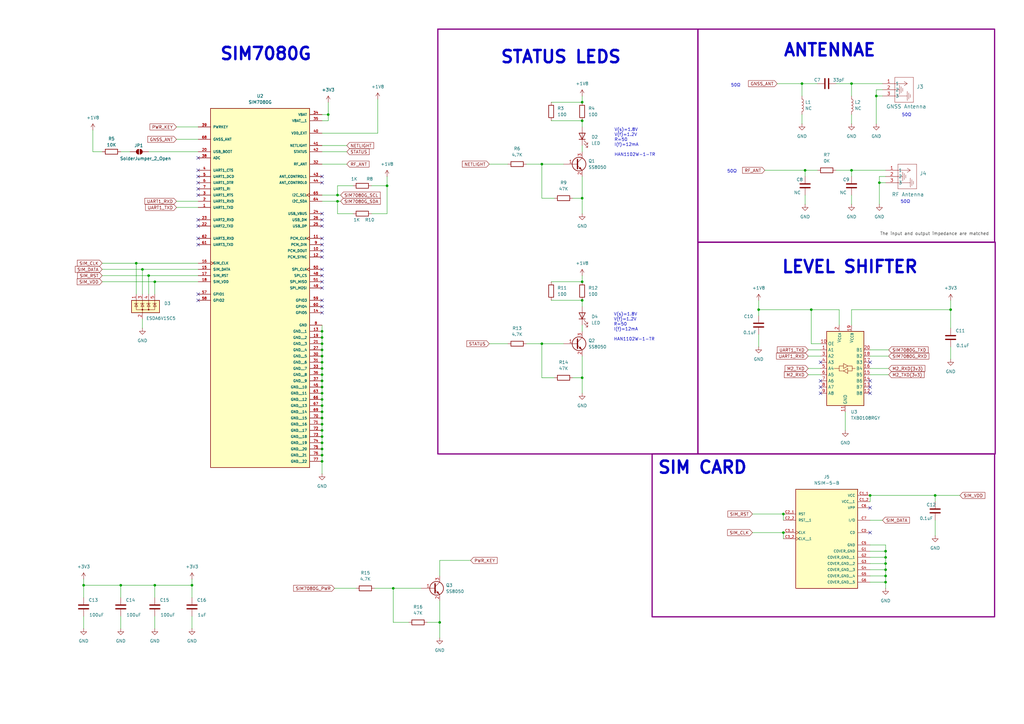
<source format=kicad_sch>
(kicad_sch (version 20231120) (generator "eeschema") (generator_version "8.0")
  (paper "A3")
  (title_block (title "IoT Gateway") (date "2024-10-15") (rev "v0.1.0") (company "Abstract Machines") (comment 1 "Designed By: Rodney Osodo") (comment 2 "Approved By:"))
  (lib_symbols
    (symbol "2024-10-22_09-22-32:CONUFL001-SMD-T" (pin_names (offset 0.254))
      (property "Reference" "J" (at 8.89 6.35 0))
      (property "Value" "CONUFL001-SMD-T" (at 0 0 0))
      (symbol "CONUFL001-SMD-T_1_1"
        (pin unspecified line (at 0 0 0) (length 5.08) (name "1") (number "1"))
        (pin unspecified line (at 0 -2.54 0) (length 5.08) (name "2") (number "2"))
        (pin unspecified line (at 0 -5.08 0) (length 5.08) (name "3") (number "3"))
      )
      (symbol "CONUFL001-SMD-T_1_2"
        (pin unspecified line (at 0 0 0) (length 5.08) (name "1") (number "1"))
        (pin unspecified line (at 0 -2.54 0) (length 5.08) (name "2") (number "2"))
        (pin unspecified line (at 0 -5.08 0) (length 5.08) (name "3") (number "3"))
      )
    )
    (symbol "Device:C" (pin_numbers hide) (pin_names (offset 0.254))
      (property "Reference" "C" (at 0.635 2.54 0))
      (property "Value" "C" (at 0.635 -2.54 0))
      (symbol "C_1_1"
        (pin passive line (at 0 3.81 270) (length 2.794) (name "~") (number "1"))
        (pin passive line (at 0 -3.81 90) (length 2.794) (name "~") (number "2"))
      )
    )
    (symbol "Device:L" (pin_numbers hide) (pin_names (offset 1.016) hide)
      (property "Reference" "L" (at -1.27 0 90))
      (property "Value" "L" (at 1.905 0 90))
      (symbol "L_1_1"
        (pin passive line (at 0 3.81 270) (length 1.27) (name "1") (number "1"))
        (pin passive line (at 0 -3.81 90) (length 1.27) (name "2") (number "2"))
      )
    )
    (symbol "Device:LED" (pin_numbers hide) (pin_names (offset 1.016) hide)
      (property "Reference" "D" (at 0 2.54 0))
      (property "Value" "LED" (at 0 -2.54 0))
      (symbol "LED_1_1"
        (pin passive line (at -3.81 0 0) (length 2.54) (name "K") (number "1"))
        (pin passive line (at 3.81 0 180) (length 2.54) (name "A") (number "2"))
      )
    )
    (symbol "Device:R" (pin_numbers hide) (pin_names (offset 0))
      (property "Reference" "R" (at 2.032 0 90))
      (property "Value" "R" (at 0 0 90))
      (symbol "R_1_1"
        (pin passive line (at 0 3.81 270) (length 1.27) (name "~") (number "1"))
        (pin passive line (at 0 -3.81 90) (length 1.27) (name "~") (number "2"))
      )
    )
    (symbol "Jumper:SolderJumper_2_Open" (pin_numbers hide) (pin_names (offset 0) hide) (exclude_from_sim yes) (in_bom no)
      (property "Reference" "JP" (at 0 2.032 0))
      (property "Value" "SolderJumper_2_Open" (at 0 -2.54 0))
      (symbol "SolderJumper_2_Open_1_1"
        (pin passive line (at -3.81 0 0) (length 2.54) (name "A") (number "1"))
        (pin passive line (at 3.81 0 180) (length 2.54) (name "B") (number "2"))
      )
    )
    (symbol "Logic_LevelTranslator:TXB0108RGY"
      (property "Reference" "U" (at -6.35 16.51 0))
      (property "Value" "TXB0108RGY" (at 3.81 16.51 0))
      (symbol "TXB0108RGY_1_1"
        (pin bidirectional line (at -10.16 7.62 0) (length 2.54) (name "A1") (number "1"))
        (pin input line (at -10.16 10.16 0) (length 2.54) (name "OE") (number "10"))
        (pin power_in line (at 0 -17.78 90) (length 2.54) (name "GND") (number "11"))
        (pin bidirectional line (at 10.16 -10.16 180) (length 2.54) (name "B8") (number "12"))
        (pin bidirectional line (at 10.16 -7.62 180) (length 2.54) (name "B7") (number "13"))
        (pin bidirectional line (at 10.16 -5.08 180) (length 2.54) (name "B6") (number "14"))
        (pin bidirectional line (at 10.16 -2.54 180) (length 2.54) (name "B5") (number "15"))
        (pin bidirectional line (at 10.16 0 180) (length 2.54) (name "B4") (number "16"))
        (pin bidirectional line (at 10.16 2.54 180) (length 2.54) (name "B3") (number "17"))
        (pin bidirectional line (at 10.16 5.08 180) (length 2.54) (name "B2") (number "18"))
        (pin power_in line (at 2.54 17.78 270) (length 2.54) (name "V_{CCB}") (number "19"))
        (pin power_in line (at -2.54 17.78 270) (length 2.54) (name "V_{CCA}") (number "2"))
        (pin bidirectional line (at 10.16 7.62 180) (length 2.54) (name "B1") (number "20"))
        (pin passive line (at 0 -17.78 90) (length 2.54) hide (name "GND") (number "21"))
        (pin bidirectional line (at -10.16 5.08 0) (length 2.54) (name "A2") (number "3"))
        (pin bidirectional line (at -10.16 2.54 0) (length 2.54) (name "A3") (number "4"))
        (pin bidirectional line (at -10.16 0 0) (length 2.54) (name "A4") (number "5"))
        (pin bidirectional line (at -10.16 -2.54 0) (length 2.54) (name "A5") (number "6"))
        (pin bidirectional line (at -10.16 -5.08 0) (length 2.54) (name "A6") (number "7"))
        (pin bidirectional line (at -10.16 -7.62 0) (length 2.54) (name "A7") (number "8"))
        (pin bidirectional line (at -10.16 -10.16 0) (length 2.54) (name "A8") (number "9"))
      )
    )
    (symbol "NSIM-5-B:NSIM-5-B" (pin_names (offset 1.016))
      (property "Reference" "J" (at -12.7 13.462 0))
      (property "Value" "NSIM-5-B" (at -12.7 -30.48 0))
      (symbol "NSIM-5-B_0_0"
        (pin power_in line (at 17.78 10.16 180) (length 5.08) (name "VCC") (number "C1_1"))
        (pin power_in line (at 17.78 7.62 180) (length 5.08) (name "VCC__1") (number "C1_2"))
        (pin input line (at -17.78 2.54 0) (length 5.08) (name "RST") (number "C2_1"))
        (pin input line (at -17.78 0 0) (length 5.08) (name "RST__1") (number "C2_2"))
        (pin input clock (at -17.78 -5.08 0) (length 5.08) (name "CLK") (number "C3_1"))
        (pin input clock (at -17.78 -7.62 0) (length 5.08) (name "CLK__1") (number "C3_2"))
        (pin power_in line (at 17.78 -10.16 180) (length 5.08) (name "GND") (number "C5"))
        (pin power_in line (at 17.78 5.08 180) (length 5.08) (name "VPP") (number "C6"))
        (pin bidirectional line (at 17.78 0 180) (length 5.08) (name "I/O") (number "C7"))
        (pin passive line (at 17.78 -5.08 180) (length 5.08) (name "CD") (number "CD"))
        (pin power_in line (at 17.78 -12.7 180) (length 5.08) (name "COVER_GND") (number "G1"))
        (pin power_in line (at 17.78 -15.24 180) (length 5.08) (name "COVER_GND__1") (number "G2"))
        (pin power_in line (at 17.78 -17.78 180) (length 5.08) (name "COVER_GND__2") (number "G3"))
        (pin power_in line (at 17.78 -20.32 180) (length 5.08) (name "COVER_GND__3") (number "G4"))
        (pin power_in line (at 17.78 -22.86 180) (length 5.08) (name "COVER_GND__4") (number "G5"))
        (pin power_in line (at 17.78 -25.4 180) (length 5.08) (name "COVER_GND__5") (number "G6"))
      )
    )
    (symbol "Power_Protection:ESDA6V1SC5" (pin_names hide)
      (property "Reference" "D" (at 7.62 2.54 0))
      (property "Value" "ESDA6V1SC5" (at 7.62 0.635 0))
      (symbol "ESDA6V1SC5_0_0"
        (pin passive line (at 0 -5.08 90) (length 2.54) (name "A") (number "2"))
      )
      (symbol "ESDA6V1SC5_1_1"
        (pin passive line (at -2.54 5.08 270) (length 2.54) (name "K") (number "1"))
        (pin passive line (at 0 5.08 270) (length 2.54) (name "K") (number "3"))
        (pin passive line (at 2.54 5.08 270) (length 2.54) (name "K") (number "4"))
        (pin passive line (at 5.08 5.08 270) (length 2.54) (name "K") (number "5"))
      )
    )
    (symbol "SIM7080G:SIM7080G" (pin_names (offset 1.016))
      (property "Reference" "U" (at -20.066 44.196 0))
      (property "Value" "SIM7080G" (at -20.066 -105.156 0))
      (symbol "SIM7080G_0_0"
        (pin output line (at -25.4 2.54 0) (length 5.08) (name "UART1_TXD") (number "1"))
        (pin output line (at 25.4 -15.24 180) (length 5.08) (name "PCM_DOUT") (number "10"))
        (pin output clock (at 25.4 -10.16 180) (length 5.08) (name "PCM_CLK") (number "11"))
        (pin output line (at 25.4 -17.78 180) (length 5.08) (name "PCM_SYNC") (number "12"))
        (pin power_in line (at 25.4 -48.26 180) (length 5.08) (name "GND__1") (number "13"))
        (pin bidirectional line (at 25.4 -40.64 180) (length 5.08) (name "GPIO5") (number "14"))
        (pin bidirectional line (at -25.4 -22.86 0) (length 5.08) (name "SIM_DATA") (number "15"))
        (pin output clock (at -25.4 -20.32 0) (length 5.08) (name "SIM_CLK") (number "16"))
        (pin output line (at -25.4 -25.4 0) (length 5.08) (name "SIM_RST") (number "17"))
        (pin output line (at -25.4 -27.94 0) (length 5.08) (name "SIM_VDD") (number "18"))
        (pin power_in line (at 25.4 -50.8 180) (length 5.08) (name "GND__2") (number "19"))
        (pin input line (at -25.4 5.08 0) (length 5.08) (name "UART1_RXD") (number "2"))
        (pin input line (at -25.4 25.4 0) (length 5.08) (name "USB_BOOT") (number "20"))
        (pin power_in line (at 25.4 -53.34 180) (length 5.08) (name "GND__3") (number "21"))
        (pin output line (at -25.4 -5.08 0) (length 5.08) (name "UART2_TXD") (number "22"))
        (pin input line (at -25.4 -2.54 0) (length 5.08) (name "UART2_RXD") (number "23"))
        (pin input line (at 25.4 0 180) (length 5.08) (name "USB_VBUS") (number "24"))
        (pin bidirectional line (at 25.4 -5.08 180) (length 5.08) (name "USB_DP") (number "25"))
        (pin bidirectional line (at 25.4 -2.54 180) (length 5.08) (name "USB_DM") (number "26"))
        (pin power_in line (at 25.4 -55.88 180) (length 5.08) (name "GND__4") (number "27"))
        (pin input line (at -25.4 7.62 0) (length 5.08) (name "UART1_RTS") (number "3"))
        (pin power_in line (at 25.4 -58.42 180) (length 5.08) (name "GND__5") (number "30"))
        (pin power_in line (at 25.4 -60.96 180) (length 5.08) (name "GND__6") (number "31"))
        (pin bidirectional line (at 25.4 20.32 180) (length 5.08) (name "RF_ANT") (number "32"))
        (pin power_in line (at 25.4 -63.5 180) (length 5.08) (name "GND__7") (number "33"))
        (pin power_in line (at 25.4 40.64 180) (length 5.08) (name "VBAT") (number "34"))
        (pin power_in line (at 25.4 38.1 180) (length 5.08) (name "VBAT__1") (number "35"))
        (pin power_in line (at 25.4 -66.04 180) (length 5.08) (name "GND__8") (number "36"))
        (pin power_in line (at 25.4 -68.58 180) (length 5.08) (name "GND__9") (number "37"))
        (pin input line (at -25.4 22.86 0) (length 5.08) (name "ADC") (number "38"))
        (pin input line (at -25.4 35.56 0) (length 5.08) (name "PWRKEY") (number "39"))
        (pin output line (at -25.4 17.78 0) (length 5.08) (name "UART1_CTS") (number "4"))
        (pin output line (at 25.4 33.02 180) (length 5.08) (name "VDD_EXT") (number "40"))
        (pin output line (at 25.4 27.94 180) (length 5.08) (name "NETLIGHT") (number "41"))
        (pin output line (at 25.4 25.4 180) (length 5.08) (name "STATUS") (number "42"))
        (pin bidirectional line (at 25.4 15.24 180) (length 5.08) (name "ANT_CONTROL1") (number "43"))
        (pin output line (at 25.4 12.7 180) (length 5.08) (name "ANT_CONTROL0") (number "44"))
        (pin power_in line (at 25.4 -71.12 180) (length 5.08) (name "GND__10") (number "45"))
        (pin output line (at 25.4 -25.4 180) (length 5.08) (name "SPI_CS") (number "48"))
        (pin output line (at 25.4 -30.48 180) (length 5.08) (name "SPI_MOSI") (number "49"))
        (pin output line (at -25.4 15.24 0) (length 5.08) (name "UART1_DCD") (number "5"))
        (pin output clock (at 25.4 -22.86 180) (length 5.08) (name "SPI_CLK") (number "50"))
        (pin input line (at 25.4 -27.94 180) (length 5.08) (name "SPI_MISO") (number "51"))
        (pin bidirectional line (at -25.4 -33.02 0) (length 5.08) (name "GPIO1") (number "57"))
        (pin bidirectional line (at -25.4 -35.56 0) (length 5.08) (name "GPIO2") (number "58"))
        (pin bidirectional line (at 25.4 -35.56 180) (length 5.08) (name "GPIO3") (number "59"))
        (pin input line (at -25.4 12.7 0) (length 5.08) (name "UART1_DTR") (number "6"))
        (pin bidirectional line (at 25.4 -38.1 180) (length 5.08) (name "GPIO4") (number "60"))
        (pin output line (at -25.4 -12.7 0) (length 5.08) (name "UART3_TXD") (number "61"))
        (pin input line (at -25.4 -10.16 0) (length 5.08) (name "UART3_RXD") (number "62"))
        (pin power_in line (at 25.4 -73.66 180) (length 5.08) (name "GND__11") (number "63"))
        (pin bidirectional line (at 25.4 5.08 180) (length 5.08) (name "I2C_SDA") (number "64"))
        (pin output clock (at 25.4 7.62 180) (length 5.08) (name "I2C_SCL") (number "65"))
        (pin power_in line (at 25.4 -76.2 180) (length 5.08) (name "GND__12") (number "66"))
        (pin power_in line (at 25.4 -78.74 180) (length 5.08) (name "GND__13") (number "67"))
        (pin input line (at -25.4 30.48 0) (length 5.08) (name "GNSS_ANT") (number "68"))
        (pin power_in line (at 25.4 -81.28 180) (length 5.08) (name "GND__14") (number "69"))
        (pin output line (at -25.4 10.16 0) (length 5.08) (name "UART1_RI") (number "7"))
        (pin power_in line (at 25.4 -83.82 180) (length 5.08) (name "GND__15") (number "70"))
        (pin power_in line (at 25.4 -86.36 180) (length 5.08) (name "GND__16") (number "71"))
        (pin power_in line (at 25.4 -88.9 180) (length 5.08) (name "GND__17") (number "72"))
        (pin power_in line (at 25.4 -91.44 180) (length 5.08) (name "GND__18") (number "73"))
        (pin power_in line (at 25.4 -93.98 180) (length 5.08) (name "GND__19") (number "74"))
        (pin power_in line (at 25.4 -96.52 180) (length 5.08) (name "GND__20") (number "75"))
        (pin power_in line (at 25.4 -99.06 180) (length 5.08) (name "GND__21") (number "76"))
        (pin power_in line (at 25.4 -101.6 180) (length 5.08) (name "GND__22") (number "77"))
        (pin power_in line (at 25.4 -45.72 180) (length 5.08) (name "GND") (number "8"))
        (pin input line (at 25.4 -12.7 180) (length 5.08) (name "PCM_DIN") (number "9"))
      )
    )
    (symbol "Transistor_BJT:SS8050" (pin_names (offset 0) hide)
      (property "Reference" "Q" (at 5.08 1.905 0))
      (property "Value" "SS8050" (at 5.08 0 0))
      (symbol "SS8050_1_1"
        (pin input line (at -5.08 0 0) (length 5.715) (name "B") (number "1"))
        (pin passive line (at 2.54 -5.08 90) (length 2.54) (name "E") (number "2"))
        (pin passive line (at 2.54 5.08 270) (length 2.54) (name "C") (number "3"))
      )
    )
    (symbol "power:+1V8" (power) (pin_numbers hide) (pin_names (offset 0) hide)
      (property "Value" "+1V8" (at 0 3.556 0))
      (symbol "+1V8_1_1"
        (pin power_in line (at 0 0 90) (length 0) (name "~") (number "1"))
      )
    )
    (symbol "power:+3V3" (power) (pin_numbers hide) (pin_names (offset 0) hide)
      (property "Value" "+3V3" (at 0 3.556 0))
      (symbol "+3V3_1_1"
        (pin power_in line (at 0 0 90) (length 0) (name "~") (number "1"))
      )
    )
    (symbol "power:GND" (power) (pin_numbers hide) (pin_names (offset 0) hide)
      (property "Value" "GND" (at 0 -3.81 0))
      (symbol "GND_1_1"
        (pin power_in line (at 0 0 270) (length 0) (name "~") (number "1"))
      )
    )
  )
  (junction (at 359.41 39.37))
  (junction (at 60.96 113.03))
  (junction (at 132.08 140.97))
  (junction (at 158.75 76.2))
  (junction (at 363.22 231.14))
  (junction (at 389.89 127))
  (junction (at 132.08 186.69))
  (junction (at 132.08 151.13))
  (junction (at 222.25 140.97))
  (junction (at 238.76 115.57))
  (junction (at 78.74 240.03))
  (junction (at 132.08 189.23))
  (junction (at 180.34 255.27))
  (junction (at 63.5 115.57))
  (junction (at 132.08 168.91))
  (junction (at 138.43 80.01))
  (junction (at 360.68 74.93))
  (junction (at 49.53 240.03))
  (junction (at 132.08 173.99))
  (junction (at 132.08 158.75))
  (junction (at 363.22 233.68))
  (junction (at 349.25 34.29))
  (junction (at 330.2 69.85))
  (junction (at 363.22 238.76))
  (junction (at 134.62 46.99))
  (junction (at 132.08 148.59))
  (junction (at 383.54 203.2))
  (junction (at 132.08 156.21))
  (junction (at 363.22 236.22))
  (junction (at 63.5 240.03))
  (junction (at 132.08 181.61))
  (junction (at 132.08 171.45))
  (junction (at 132.08 163.83))
  (junction (at 238.76 49.53))
  (junction (at 363.22 226.06))
  (junction (at 238.76 81.28))
  (junction (at 222.25 67.31))
  (junction (at 363.22 228.6))
  (junction (at 332.74 127))
  (junction (at 321.31 210.82))
  (junction (at 328.93 34.29))
  (junction (at 132.08 184.15))
  (junction (at 321.31 218.44))
  (junction (at 238.76 41.91))
  (junction (at 138.43 82.55))
  (junction (at 132.08 166.37))
  (junction (at 132.08 143.51))
  (junction (at 238.76 123.19))
  (junction (at 132.08 146.05))
  (junction (at 356.87 203.2))
  (junction (at 349.25 69.85))
  (junction (at 132.08 176.53))
  (junction (at 161.29 241.3))
  (junction (at 132.08 153.67))
  (junction (at 55.88 107.95))
  (junction (at 132.08 161.29))
  (junction (at 238.76 154.94))
  (junction (at 132.08 179.07))
  (junction (at 132.08 138.43))
  (junction (at 132.08 135.89))
  (junction (at 58.42 110.49))
  (junction (at 311.15 127))
  (junction (at 34.29 240.03))
  (no_connect (at 336.55 158.75))
  (no_connect (at 356.87 156.21))
  (no_connect (at 81.28 80.01))
  (no_connect (at 132.08 125.73))
  (no_connect (at 132.08 118.11))
  (no_connect (at 356.87 208.28))
  (no_connect (at 132.08 115.57))
  (no_connect (at 356.87 161.29))
  (no_connect (at 81.28 77.47))
  (no_connect (at 336.55 148.59))
  (no_connect (at 132.08 105.41))
  (no_connect (at 132.08 97.79))
  (no_connect (at 81.28 69.85))
  (no_connect (at 81.28 97.79))
  (no_connect (at 356.87 218.44))
  (no_connect (at 81.28 92.71))
  (no_connect (at 132.08 90.17))
  (no_connect (at 81.28 123.19))
  (no_connect (at 81.28 74.93))
  (no_connect (at 132.08 113.03))
  (no_connect (at 81.28 64.77))
  (no_connect (at 81.28 72.39))
  (no_connect (at 132.08 87.63))
  (no_connect (at 132.08 100.33))
  (no_connect (at 132.08 128.27))
  (no_connect (at 132.08 102.87))
  (no_connect (at 356.87 158.75))
  (no_connect (at 132.08 72.39))
  (no_connect (at 336.55 161.29))
  (no_connect (at 132.08 123.19))
  (no_connect (at 81.28 90.17))
  (no_connect (at 81.28 120.65))
  (no_connect (at 336.55 156.21))
  (no_connect (at 356.87 148.59))
  (no_connect (at 132.08 110.49))
  (no_connect (at 132.08 74.93))
  (no_connect (at 132.08 92.71))
  (no_connect (at 81.28 100.33))
  (wire (pts (xy 363.22 231.14) (xy 363.22 233.68)))
  (wire (pts (xy 238.76 161.29) (xy 238.76 154.94)))
  (wire (pts (xy 58.42 110.49) (xy 58.42 120.65)))
  (wire (pts (xy 132.08 163.83) (xy 132.08 166.37)))
  (wire (pts (xy 356.87 231.14) (xy 363.22 231.14)))
  (wire (pts (xy 389.89 127) (xy 389.89 134.62)))
  (wire (pts (xy 200.66 140.97) (xy 208.28 140.97)))
  (wire (pts (xy 332.74 127) (xy 344.17 127)))
  (wire (pts (xy 60.96 113.03) (xy 60.96 120.65)))
  (wire (pts (xy 63.5 115.57) (xy 81.28 115.57)))
  (wire (pts (xy 49.53 240.03) (xy 34.29 240.03)))
  (wire (pts (xy 63.5 240.03) (xy 63.5 245.11)))
  (wire (pts (xy 364.49 146.05) (xy 356.87 146.05)))
  (wire (pts (xy 142.24 67.31) (xy 132.08 67.31)))
  (wire (pts (xy 332.74 140.97) (xy 332.74 127)))
  (wire (pts (xy 138.43 80.01) (xy 132.08 80.01)))
  (wire (pts (xy 349.25 34.29) (xy 349.25 39.37)))
  (wire (pts (xy 72.39 85.09) (xy 81.28 85.09)))
  (wire (pts (xy 222.25 81.28) (xy 222.25 67.31)))
  (wire (pts (xy 132.08 166.37) (xy 132.08 168.91)))
  (wire (pts (xy 336.55 140.97) (xy 332.74 140.97)))
  (wire (pts (xy 153.67 241.3) (xy 161.29 241.3)))
  (wire (pts (xy 359.41 39.37) (xy 359.41 50.8)))
  (wire (pts (xy 132.08 179.07) (xy 132.08 181.61)))
  (wire (pts (xy 238.76 133.35) (xy 238.76 135.89)))
  (wire (pts (xy 63.5 257.81) (xy 63.5 252.73)))
  (wire (pts (xy 344.17 127) (xy 344.17 133.35)))
  (wire (pts (xy 167.64 255.27) (xy 161.29 255.27)))
  (wire (pts (xy 308.61 218.44) (xy 321.31 218.44)))
  (wire (pts (xy 132.08 189.23) (xy 132.08 194.31)))
  (wire (pts (xy 142.24 59.69) (xy 132.08 59.69)))
  (wire (pts (xy 349.25 127) (xy 389.89 127)))
  (wire (pts (xy 222.25 154.94) (xy 222.25 140.97)))
  (wire (pts (xy 158.75 87.63) (xy 158.75 76.2)))
  (wire (pts (xy 132.08 146.05) (xy 132.08 148.59)))
  (wire (pts (xy 330.2 80.01) (xy 330.2 83.82)))
  (wire (pts (xy 356.87 223.52) (xy 363.22 223.52)))
  (wire (pts (xy 356.87 233.68) (xy 363.22 233.68)))
  (wire (pts (xy 331.47 143.51) (xy 336.55 143.51)))
  (wire (pts (xy 349.25 80.01) (xy 349.25 83.82)))
  (wire (pts (xy 55.88 107.95) (xy 55.88 120.65)))
  (wire (pts (xy 349.25 34.29) (xy 361.95 34.29)))
  (wire (pts (xy 346.71 168.91) (xy 346.71 176.53)))
  (wire (pts (xy 356.87 236.22) (xy 363.22 236.22)))
  (wire (pts (xy 152.4 87.63) (xy 158.75 87.63)))
  (wire (pts (xy 311.15 127) (xy 311.15 129.54)))
  (wire (pts (xy 137.16 241.3) (xy 146.05 241.3)))
  (wire (pts (xy 364.49 143.51) (xy 356.87 143.51)))
  (wire (pts (xy 363.22 72.39) (xy 360.68 72.39)))
  (wire (pts (xy 138.43 87.63) (xy 138.43 82.55)))
  (wire (pts (xy 356.87 238.76) (xy 363.22 238.76)))
  (wire (pts (xy 38.1 62.23) (xy 41.91 62.23)))
  (wire (pts (xy 58.42 130.81) (xy 58.42 134.62)))
  (wire (pts (xy 60.96 62.23) (xy 81.28 62.23)))
  (wire (pts (xy 132.08 176.53) (xy 132.08 179.07)))
  (wire (pts (xy 139.7 82.55) (xy 138.43 82.55)))
  (wire (pts (xy 349.25 69.85) (xy 363.22 69.85)))
  (wire (pts (xy 226.06 115.57) (xy 238.76 115.57)))
  (wire (pts (xy 349.25 46.99) (xy 349.25 50.8)))
  (wire (pts (xy 132.08 186.69) (xy 132.08 189.23)))
  (wire (pts (xy 49.53 240.03) (xy 49.53 245.11)))
  (wire (pts (xy 356.87 226.06) (xy 363.22 226.06)))
  (wire (pts (xy 361.95 213.36) (xy 356.87 213.36)))
  (wire (pts (xy 161.29 255.27) (xy 161.29 241.3)))
  (wire (pts (xy 226.06 41.91) (xy 238.76 41.91)))
  (wire (pts (xy 330.2 69.85) (xy 335.28 69.85)))
  (wire (pts (xy 227.33 81.28) (xy 222.25 81.28)))
  (wire (pts (xy 215.9 140.97) (xy 222.25 140.97)))
  (wire (pts (xy 132.08 140.97) (xy 132.08 143.51)))
  (wire (pts (xy 134.62 41.91) (xy 134.62 46.99)))
  (wire (pts (xy 226.06 49.53) (xy 238.76 49.53)))
  (wire (pts (xy 60.96 113.03) (xy 81.28 113.03)))
  (wire (pts (xy 359.41 39.37) (xy 361.95 39.37)))
  (wire (pts (xy 363.22 223.52) (xy 363.22 226.06)))
  (wire (pts (xy 78.74 237.49) (xy 78.74 240.03)))
  (wire (pts (xy 132.08 138.43) (xy 132.08 140.97)))
  (wire (pts (xy 132.08 158.75) (xy 132.08 161.29)))
  (wire (pts (xy 53.34 62.23) (xy 49.53 62.23)))
  (wire (pts (xy 342.9 34.29) (xy 349.25 34.29)))
  (wire (pts (xy 234.95 154.94) (xy 238.76 154.94)))
  (wire (pts (xy 331.47 151.13) (xy 336.55 151.13)))
  (wire (pts (xy 142.24 62.23) (xy 132.08 62.23)))
  (wire (pts (xy 364.49 151.13) (xy 356.87 151.13)))
  (wire (pts (xy 331.47 146.05) (xy 336.55 146.05)))
  (wire (pts (xy 364.49 153.67) (xy 356.87 153.67)))
  (wire (pts (xy 132.08 153.67) (xy 132.08 156.21)))
  (wire (pts (xy 49.53 257.81) (xy 49.53 252.73)))
  (wire (pts (xy 363.22 228.6) (xy 363.22 231.14)))
  (wire (pts (xy 227.33 154.94) (xy 222.25 154.94)))
  (wire (pts (xy 152.4 76.2) (xy 158.75 76.2)))
  (wire (pts (xy 34.29 240.03) (xy 34.29 245.11)))
  (wire (pts (xy 132.08 171.45) (xy 132.08 173.99)))
  (wire (pts (xy 215.9 67.31) (xy 222.25 67.31)))
  (wire (pts (xy 34.29 237.49) (xy 34.29 240.03)))
  (wire (pts (xy 132.08 181.61) (xy 132.08 184.15)))
  (wire (pts (xy 363.22 238.76) (xy 363.22 241.3)))
  (wire (pts (xy 132.08 151.13) (xy 132.08 153.67)))
  (wire (pts (xy 383.54 203.2) (xy 393.7 203.2)))
  (wire (pts (xy 132.08 161.29) (xy 132.08 163.83)))
  (wire (pts (xy 328.93 34.29) (xy 335.28 34.29)))
  (wire (pts (xy 132.08 133.35) (xy 132.08 135.89)))
  (wire (pts (xy 311.15 127) (xy 332.74 127)))
  (wire (pts (xy 72.39 82.55) (xy 81.28 82.55)))
  (wire (pts (xy 238.76 154.94) (xy 238.76 146.05)))
  (wire (pts (xy 222.25 140.97) (xy 231.14 140.97)))
  (wire (pts (xy 78.74 240.03) (xy 63.5 240.03)))
  (wire (pts (xy 238.76 113.03) (xy 238.76 115.57)))
  (wire (pts (xy 321.31 218.44) (xy 321.31 220.98)))
  (wire (pts (xy 139.7 80.01) (xy 138.43 80.01)))
  (wire (pts (xy 361.95 36.83) (xy 359.41 36.83)))
  (wire (pts (xy 328.93 46.99) (xy 328.93 50.8)))
  (wire (pts (xy 200.66 67.31) (xy 208.28 67.31)))
  (wire (pts (xy 238.76 49.53) (xy 238.76 52.07)))
  (wire (pts (xy 158.75 76.2) (xy 158.75 72.39)))
  (wire (pts (xy 383.54 213.36) (xy 383.54 219.71)))
  (wire (pts (xy 308.61 210.82) (xy 321.31 210.82)))
  (wire (pts (xy 389.89 123.19) (xy 389.89 127)))
  (wire (pts (xy 360.68 74.93) (xy 360.68 83.82)))
  (wire (pts (xy 318.77 34.29) (xy 328.93 34.29)))
  (wire (pts (xy 132.08 49.53) (xy 134.62 49.53)))
  (wire (pts (xy 226.06 123.19) (xy 238.76 123.19)))
  (wire (pts (xy 238.76 87.63) (xy 238.76 81.28)))
  (wire (pts (xy 342.9 69.85) (xy 349.25 69.85)))
  (wire (pts (xy 63.5 240.03) (xy 49.53 240.03)))
  (wire (pts (xy 363.22 236.22) (xy 363.22 238.76)))
  (wire (pts (xy 363.22 233.68) (xy 363.22 236.22)))
  (wire (pts (xy 330.2 69.85) (xy 330.2 72.39)))
  (wire (pts (xy 356.87 228.6) (xy 363.22 228.6)))
  (wire (pts (xy 363.22 226.06) (xy 363.22 228.6)))
  (wire (pts (xy 180.34 261.62) (xy 180.34 255.27)))
  (wire (pts (xy 331.47 153.67) (xy 336.55 153.67)))
  (wire (pts (xy 63.5 115.57) (xy 63.5 120.65)))
  (wire (pts (xy 132.08 156.21) (xy 132.08 158.75)))
  (wire (pts (xy 161.29 241.3) (xy 172.72 241.3)))
  (wire (pts (xy 154.94 54.61) (xy 154.94 40.64)))
  (wire (pts (xy 349.25 133.35) (xy 349.25 127)))
  (wire (pts (xy 78.74 257.81) (xy 78.74 252.73)))
  (wire (pts (xy 132.08 173.99) (xy 132.08 176.53)))
  (wire (pts (xy 356.87 203.2) (xy 383.54 203.2)))
  (wire (pts (xy 360.68 74.93) (xy 363.22 74.93)))
  (wire (pts (xy 238.76 39.37) (xy 238.76 41.91)))
  (wire (pts (xy 238.76 59.69) (xy 238.76 62.23)))
  (wire (pts (xy 132.08 54.61) (xy 154.94 54.61)))
  (wire (pts (xy 38.1 53.34) (xy 38.1 62.23)))
  (wire (pts (xy 132.08 46.99) (xy 134.62 46.99)))
  (wire (pts (xy 383.54 203.2) (xy 383.54 205.74)))
  (wire (pts (xy 234.95 81.28) (xy 238.76 81.28)))
  (wire (pts (xy 313.69 69.85) (xy 330.2 69.85)))
  (wire (pts (xy 72.39 52.07) (xy 81.28 52.07)))
  (wire (pts (xy 34.29 252.73) (xy 34.29 257.81)))
  (wire (pts (xy 360.68 72.39) (xy 360.68 74.93)))
  (wire (pts (xy 41.91 110.49) (xy 58.42 110.49)))
  (wire (pts (xy 321.31 210.82) (xy 321.31 213.36)))
  (wire (pts (xy 311.15 137.16) (xy 311.15 142.24)))
  (wire (pts (xy 311.15 123.19) (xy 311.15 127)))
  (wire (pts (xy 41.91 107.95) (xy 55.88 107.95)))
  (wire (pts (xy 132.08 143.51) (xy 132.08 146.05)))
  (wire (pts (xy 78.74 245.11) (xy 78.74 240.03)))
  (wire (pts (xy 349.25 69.85) (xy 349.25 72.39)))
  (wire (pts (xy 144.78 76.2) (xy 138.43 76.2)))
  (wire (pts (xy 180.34 229.87) (xy 193.04 229.87)))
  (wire (pts (xy 41.91 113.03) (xy 60.96 113.03)))
  (wire (pts (xy 138.43 82.55) (xy 132.08 82.55)))
  (wire (pts (xy 72.39 57.15) (xy 81.28 57.15)))
  (wire (pts (xy 180.34 255.27) (xy 180.34 246.38)))
  (wire (pts (xy 138.43 76.2) (xy 138.43 80.01)))
  (wire (pts (xy 132.08 184.15) (xy 132.08 186.69)))
  (wire (pts (xy 356.87 203.2) (xy 356.87 205.74)))
  (wire (pts (xy 132.08 148.59) (xy 132.08 151.13)))
  (wire (pts (xy 55.88 107.95) (xy 81.28 107.95)))
  (wire (pts (xy 222.25 67.31) (xy 231.14 67.31)))
  (wire (pts (xy 328.93 34.29) (xy 328.93 39.37)))
  (wire (pts (xy 389.89 142.24) (xy 389.89 147.32)))
  (wire (pts (xy 41.91 115.57) (xy 63.5 115.57)))
  (wire (pts (xy 58.42 110.49) (xy 81.28 110.49)))
  (wire (pts (xy 132.08 135.89) (xy 132.08 138.43)))
  (wire (pts (xy 238.76 123.19) (xy 238.76 125.73)))
  (wire (pts (xy 238.76 81.28) (xy 238.76 72.39)))
  (wire (pts (xy 144.78 87.63) (xy 138.43 87.63)))
  (wire (pts (xy 180.34 236.22) (xy 180.34 229.87)))
  (wire (pts (xy 134.62 49.53) (xy 134.62 46.99)))
  (wire (pts (xy 132.08 168.91) (xy 132.08 171.45)))
  (wire (pts (xy 359.41 36.83) (xy 359.41 39.37)))
  (wire (pts (xy 175.26 255.27) (xy 180.34 255.27)))
  (rectangle (start 286.258 11.938) (end 407.924 99.314) (stroke (width 0.5) (color 132 0 132 1)))
  (rectangle (start 286.258 99.314) (end 408.178 186.182) (stroke (width 0.5) (color 132 0 132 1)))
  (rectangle (start 179.578 11.938) (end 286.258 186.182) (stroke (width 0.5) (color 132 0 132 1)))
  (rectangle (start 267.462 186.182) (end 407.924 252.984) (stroke (width 0.5) (color 132 0 132 1)))
  (text "V(s)=1.8V\nV(f)=1.2V\nR=50\nI(f)=12mA\n\nHAN1102W-1-TR" (at 251.714 134.112 0) (effects (font (size 1.27 1.27)) (justify left)))
  (text "50Ω" (at 298.196 70.358 0) (effects (font (size 1.27 1.27)) (justify left)))
  (text "LEVEL SHIFTER\n" (at 320.294 112.522 0) (effects (font (size 5 5) (thickness 1) (bold yes)) (justify left bottom)))
  (text "ANTENNAE\n" (at 321.056 23.622 0) (effects (font (size 5 5) (thickness 1) (bold yes)) (justify left bottom)))
  (text "SIM7080G" (at 89.916 25.146 0) (effects (font (size 5 5) (thickness 1) (bold yes)) (justify left bottom)))
  (text "SIM CARD\n" (at 269.494 194.818 0) (effects (font (size 5 5) (thickness 1) (bold yes)) (justify left bottom)))
  (text "V(s)=1.8V\nV(f)=1.2V\nR=50\nI(f)=12mA\n\nHAN1102W-1-TR" (at 251.968 58.42 0) (effects (font (size 1.27 1.27)) (justify left)))
  (text "The input and output impedance are matched\n" (at 360.934 96.012 0) (effects (font (size 1.27 1.27)) (justify left)))
  (text "50Ω" (at 299.72 35.052 0) (effects (font (size 1.27 1.27)) (justify left)))
  (text "STATUS LEDS\n" (at 204.978 26.416 0) (effects (font (size 5 5) (thickness 1) (bold yes)) (justify left bottom)))
  (text "50Ω" (at 369.824 47.244 0) (effects (font (size 1.27 1.27)) (justify left)))
  (text "50Ω" (at 369.316 82.804 0) (effects (font (size 1.27 1.27)) (justify left)))
  (global_label "SIM7080G_SDA" (shape input) (at 139.7 82.55 0) (property "Intersheetrefs" "${INTERSHEET_REFS}" (effects (hide yes))))
  (global_label "STATUS" (shape input) (at 142.24 62.23 0) (property "Intersheetrefs" "${INTERSHEET_REFS}" (effects (hide yes))))
  (global_label "NETLIGHT" (shape input) (at 142.24 59.69 0) (property "Intersheetrefs" "${INTERSHEET_REFS}" (effects (hide yes))))
  (global_label "SIM_RST" (shape input) (at 41.91 113.03 180) (property "Intersheetrefs" "${INTERSHEET_REFS}" (effects (hide yes))))
  (global_label "SIM_DATA" (shape input) (at 361.95 213.36 0) (property "Intersheetrefs" "${INTERSHEET_REFS}" (effects (hide yes))))
  (global_label "M2_TXD(3v3)" (shape input) (at 364.49 153.67 0) (property "Intersheetrefs" "${INTERSHEET_REFS}" (effects (hide yes))))
  (global_label "SIM7080G_TXD" (shape input) (at 364.49 143.51 0) (property "Intersheetrefs" "${INTERSHEET_REFS}" (effects (hide yes))))
  (global_label "SIM_VDD" (shape input) (at 41.91 115.57 180) (property "Intersheetrefs" "${INTERSHEET_REFS}" (effects (hide yes))))
  (global_label "SIM7080G_PWR" (shape input) (at 137.16 241.3 180) (property "Intersheetrefs" "${INTERSHEET_REFS}" (effects (hide yes))))
  (global_label "SIM_DATA" (shape input) (at 41.91 110.49 180) (property "Intersheetrefs" "${INTERSHEET_REFS}" (effects (hide yes))))
  (global_label "M2_TXD" (shape input) (at 331.47 151.13 180) (property "Intersheetrefs" "${INTERSHEET_REFS}" (effects (hide yes))))
  (global_label "M2_RXD(3v3)" (shape input) (at 364.49 151.13 0) (property "Intersheetrefs" "${INTERSHEET_REFS}" (effects (hide yes))))
  (global_label "SIM7080G_RXD" (shape input) (at 364.49 146.05 0) (property "Intersheetrefs" "${INTERSHEET_REFS}" (effects (hide yes))))
  (global_label "GNSS_ANT" (shape input) (at 72.39 57.15 180) (property "Intersheetrefs" "${INTERSHEET_REFS}" (effects (hide yes))))
  (global_label "RF_ANT" (shape input) (at 313.69 69.85 180) (property "Intersheetrefs" "${INTERSHEET_REFS}" (effects (hide yes))))
  (global_label "UART1_RXD" (shape input) (at 331.47 146.05 180) (property "Intersheetrefs" "${INTERSHEET_REFS}" (effects (hide yes))))
  (global_label "NETLIGHT" (shape input) (at 200.66 67.31 180) (property "Intersheetrefs" "${INTERSHEET_REFS}" (effects (hide yes))))
  (global_label "STATUS" (shape input) (at 200.66 140.97 180) (property "Intersheetrefs" "${INTERSHEET_REFS}" (effects (hide yes))))
  (global_label "SIM_CLK" (shape input) (at 308.61 218.44 180) (property "Intersheetrefs" "${INTERSHEET_REFS}" (effects (hide yes))))
  (global_label "PWR_KEY" (shape input) (at 72.39 52.07 180) (property "Intersheetrefs" "${INTERSHEET_REFS}" (effects (hide yes))))
  (global_label "SIM_CLK" (shape input) (at 41.91 107.95 180) (property "Intersheetrefs" "${INTERSHEET_REFS}" (effects (hide yes))))
  (global_label "M2_RXD" (shape input) (at 331.47 153.67 180) (property "Intersheetrefs" "${INTERSHEET_REFS}" (effects (hide yes))))
  (global_label "SIM_RST" (shape input) (at 308.61 210.82 180) (property "Intersheetrefs" "${INTERSHEET_REFS}" (effects (hide yes))))
  (global_label "SIM_VDD" (shape input) (at 393.7 203.2 0) (property "Intersheetrefs" "${INTERSHEET_REFS}" (effects (hide yes))))
  (global_label "UART1_RXD" (shape input) (at 72.39 82.55 180) (property "Intersheetrefs" "${INTERSHEET_REFS}" (effects (hide yes))))
  (global_label "UART1_TXD" (shape input) (at 331.47 143.51 180) (property "Intersheetrefs" "${INTERSHEET_REFS}" (effects (hide yes))))
  (global_label "GNSS_ANT" (shape input) (at 318.77 34.29 180) (property "Intersheetrefs" "${INTERSHEET_REFS}" (effects (hide yes))))
  (global_label "SIM7080G_SCL" (shape input) (at 139.7 80.01 0) (property "Intersheetrefs" "${INTERSHEET_REFS}" (effects (hide yes))))
  (global_label "UART1_TXD" (shape input) (at 72.39 85.09 180) (property "Intersheetrefs" "${INTERSHEET_REFS}" (effects (hide yes))))
  (global_label "PWR_KEY" (shape input) (at 193.04 229.87 0) (property "Intersheetrefs" "${INTERSHEET_REFS}" (effects (hide yes))))
  (global_label "RF_ANT" (shape input) (at 142.24 67.31 0) (property "Intersheetrefs" "${INTERSHEET_REFS}" (effects (hide yes))))
  (symbol (lib_id "Device:L") (at 328.93 43.18 0) (unit 1) (in_bom no) (on_board no)
    (property "Reference" "L1" (at 330.2 41.9099 0) (effects (justify left)))
    (property "Value" "NC" (at 330.2 44.4499 0) (effects (justify left)))
    (property "Description" "Inductor" (effects (hide yes)))
  )
  (symbol (lib_id "power:GND") (at 34.29 257.81 0) (unit 1)
    (property "Reference" "#PWR038" (effects (hide yes)))
    (property "Value" "GND" (at 34.29 262.89 0))
    (property "Description" "Power symbol creates a global label with name \"GND\" , ground" (effects (hide yes)))
  )
  (symbol (lib_id "NSIM-5-B:NSIM-5-B") (at 339.09 213.36 0) (unit 1)
    (property "Reference" "J5" (at 339.09 195.58 0))
    (property "Value" "NSIM-5-B" (at 339.09 198.12 0))
    (property "Footprint" "NSIM_5_B:CUI_NSIM-5-B" (effects (hide yes)))
    (property "PARTREV" "1.0" (effects (hide yes)))
    (property "STANDARD" "Manufacturer Recommendations" (effects (hide yes)))
    (property "MAXIMUM_PACKAGE_HEIGHT" "1.5mm" (effects (hide yes)))
    (property "MANUFACTURER" "CUI Devices" (effects (hide yes)))
  )
  (symbol (lib_id "power:GND") (at 180.34 261.62 0) (unit 1)
    (property "Reference" "#PWR042" (effects (hide yes)))
    (property "Value" "GND" (at 180.34 266.7 0))
    (property "Description" "Power symbol creates a global label with name \"GND\" , ground" (effects (hide yes)))
  )
  (symbol (lib_id "power:GND") (at 238.76 87.63 0) (unit 1)
    (property "Reference" "#PWR025" (effects (hide yes)))
    (property "Value" "GND" (at 238.76 92.71 0))
    (property "Description" "Power symbol creates a global label with name \"GND\" , ground" (effects (hide yes)))
  )
  (symbol (lib_id "power:+3V3") (at 134.62 41.91 0) (unit 1)
    (property "Reference" "#PWR044" (effects (hide yes)))
    (property "Value" "+3V3" (at 134.62 36.83 0))
    (property "Description" "Power symbol creates a global label with name \"+3V3\"" (effects (hide yes)))
  )
  (symbol (lib_id "Device:L") (at 349.25 43.18 0) (unit 1) (in_bom no) (on_board no)
    (property "Reference" "L2" (at 350.52 41.9099 0) (effects (justify left)))
    (property "Value" "NC" (at 350.52 44.4499 0) (effects (justify left)))
    (property "Description" "Inductor" (effects (hide yes)))
  )
  (symbol (lib_id "power:GND") (at 349.25 50.8 0) (unit 1)
    (property "Reference" "#PWR018" (effects (hide yes)))
    (property "Value" "GND" (at 349.25 55.88 0))
    (property "Description" "Power symbol creates a global label with name \"GND\" , ground" (effects (hide yes)))
  )
  (symbol (lib_id "power:GND") (at 346.71 176.53 0) (unit 1)
    (property "Reference" "#PWR033" (effects (hide yes)))
    (property "Value" "GND" (at 346.71 181.61 0))
    (property "Description" "Power symbol creates a global label with name \"GND\" , ground" (effects (hide yes)))
  )
  (symbol (lib_id "Device:LED") (at 238.76 55.88 90) (unit 1)
    (property "Reference" "D2" (at 242.57 56.1974 90) (effects (justify right)))
    (property "Value" "LED" (at 242.57 58.7374 90) (effects (justify right)))
    (property "Footprint" "LED_SMD:LED_1206_3216Metric" (effects (hide yes)))
    (property "Description" "Light emitting diode" (effects (hide yes)))
  )
  (symbol (lib_id "Transistor_BJT:SS8050") (at 236.22 67.31 0) (unit 1)
    (property "Reference" "Q1" (at 241.3 66.0399 0) (effects (justify left)))
    (property "Value" "SS8050" (at 241.3 68.5799 0) (effects (justify left)))
    (property "Footprint" "Package_TO_SOT_SMD:SOT-23" (effects (hide yes)))
    (property "Datasheet" "http://www.secosgmbh.com/datasheet/products/SSMPTransistor/SOT-23/SS8050.pdf" (effects (hide yes)))
    (property "Description" "General Purpose NPN Transistor, 1.5A Ic, 25V Vce, SOT-23" (effects (hide yes)))
  )
  (symbol (lib_id "power:GND") (at 49.53 257.81 0) (unit 1)
    (property "Reference" "#PWR039" (effects (hide yes)))
    (property "Value" "GND" (at 49.53 262.89 0))
    (property "Description" "Power symbol creates a global label with name \"GND\" , ground" (effects (hide yes)))
  )
  (symbol (lib_id "Device:R") (at 238.76 45.72 0) (unit 1)
    (property "Reference" "R4" (at 241.3 44.4499 0) (effects (justify left)))
    (property "Value" "100" (at 241.3 46.9899 0) (effects (justify left)))
    (property "Footprint" "Resistor_SMD:R_0603_1608Metric" (effects (hide yes)))
    (property "Description" "Resistor" (effects (hide yes)))
  )
  (symbol (lib_id "power:+1V8") (at 311.15 123.19 0) (unit 1)
    (property "Reference" "#PWR027" (effects (hide yes)))
    (property "Value" "+1V8" (at 311.15 118.11 0))
    (property "Description" "Power symbol creates a global label with name \"+1V8\"" (effects (hide yes)))
  )
  (symbol (lib_id "power:GND") (at 389.89 147.32 0) (unit 1)
    (property "Reference" "#PWR031" (effects (hide yes)))
    (property "Value" "GND" (at 389.89 152.4 0))
    (property "Description" "Power symbol creates a global label with name \"GND\" , ground" (effects (hide yes)))
  )
  (symbol (lib_id "power:+3V3") (at 78.74 237.49 0) (unit 1)
    (property "Reference" "#PWR043" (effects (hide yes)))
    (property "Value" "+3V3" (at 78.74 232.41 0))
    (property "Description" "Power symbol creates a global label with name \"+3V3\"" (effects (hide yes)))
  )
  (symbol (lib_id "power:GND") (at 363.22 241.3 0) (unit 1)
    (property "Reference" "#PWR037" (effects (hide yes)))
    (property "Value" "GND" (at 363.22 246.38 0))
    (property "Description" "Power symbol creates a global label with name \"GND\" , ground" (effects (hide yes)))
  )
  (symbol (lib_id "power:GND") (at 349.25 83.82 0) (unit 1)
    (property "Reference" "#PWR023" (effects (hide yes)))
    (property "Value" "GND" (at 349.25 88.9 0))
    (property "Description" "Power symbol creates a global label with name \"GND\" , ground" (effects (hide yes)))
  )
  (symbol (lib_id "2024-10-22_09-22-32:CONUFL001-SMD-T") (at 361.95 34.29 0) (unit 1)
    (property "Reference" "J3" (at 375.92 35.5599 0) (effects (font (size 1.524 1.524)) (justify left)))
    (property "Value" "GNSS Antenna" (at 363.474 43.688 0) (effects (font (size 1.524 1.524)) (justify left)))
    (property "Footprint" "CONUFL001_SMD_T:CONN1_CONUFL_TEC" (effects (hide yes)))
    (property "Datasheet" "CONUFL001-SMD-T" (effects (hide yes)))
  )
  (symbol (lib_id "Device:C") (at 383.54 209.55 0) (unit 1)
    (property "Reference" "C12" (at 379.984 207.01 0) (effects (justify left)))
    (property "Value" "0.1uF" (at 377.19 212.598 0) (effects (justify left)))
    (property "Footprint" "Capacitor_SMD:C_0603_1608Metric" (effects (hide yes)))
    (property "Description" "Unpolarized capacitor" (effects (hide yes)))
  )
  (symbol (lib_id "power:GND") (at 359.41 50.8 0) (unit 1)
    (property "Reference" "#PWR019" (effects (hide yes)))
    (property "Value" "GND" (at 359.41 55.88 0))
    (property "Description" "Power symbol creates a global label with name \"GND\" , ground" (effects (hide yes)))
  )
  (symbol (lib_id "Device:R") (at 231.14 81.28 270) (unit 1)
    (property "Reference" "R9" (at 231.14 74.93 90))
    (property "Value" "47K" (at 231.14 77.47 90))
    (property "Footprint" "Resistor_SMD:R_0603_1608Metric" (effects (hide yes)))
    (property "Description" "Resistor" (effects (hide yes)))
  )
  (symbol (lib_id "Transistor_BJT:SS8050") (at 236.22 140.97 0) (unit 1)
    (property "Reference" "Q2" (at 241.3 139.6999 0) (effects (justify left)))
    (property "Value" "SS8050" (at 241.3 142.2399 0) (effects (justify left)))
    (property "Footprint" "Package_TO_SOT_SMD:SOT-23" (effects (hide yes)))
    (property "Datasheet" "http://www.secosgmbh.com/datasheet/products/SSMPTransistor/SOT-23/SS8050.pdf" (effects (hide yes)))
    (property "Description" "General Purpose NPN Transistor, 1.5A Ic, 25V Vce, SOT-23" (effects (hide yes)))
  )
  (symbol (lib_id "Transistor_BJT:SS8050") (at 177.8 241.3 0) (unit 1)
    (property "Reference" "Q3" (at 182.88 240.0299 0) (effects (justify left)))
    (property "Value" "SS8050" (at 182.88 242.5699 0) (effects (justify left)))
    (property "Footprint" "Package_TO_SOT_SMD:SOT-23" (effects (hide yes)))
    (property "Datasheet" "http://www.secosgmbh.com/datasheet/products/SSMPTransistor/SOT-23/SS8050.pdf" (effects (hide yes)))
    (property "Description" "General Purpose NPN Transistor, 1.5A Ic, 25V Vce, SOT-23" (effects (hide yes)))
  )
  (symbol (lib_id "Device:C") (at 63.5 248.92 0) (unit 1)
    (property "Reference" "C15" (at 65.532 246.126 0) (effects (justify left)))
    (property "Value" "100uF" (at 65.786 252.222 0) (effects (justify left)))
    (property "Footprint" "Capacitor_SMD:C_1206_3216Metric" (effects (hide yes)))
    (property "Description" "Unpolarized capacitor" (effects (hide yes)))
  )
  (symbol (lib_id "Device:R") (at 149.86 241.3 270) (unit 1)
    (property "Reference" "R15" (at 149.86 234.95 90))
    (property "Value" "4.7K" (at 149.86 237.49 90))
    (property "Footprint" "Resistor_SMD:R_0603_1608Metric" (effects (hide yes)))
    (property "Description" "Resistor" (effects (hide yes)))
  )
  (symbol (lib_id "Device:R") (at 339.09 69.85 270) (unit 1)
    (property "Reference" "R7" (at 339.09 63.5 90))
    (property "Value" "0K" (at 339.09 66.04 90))
    (property "Footprint" "Resistor_SMD:R_0603_1608Metric" (effects (hide yes)))
    (property "Description" "Resistor" (effects (hide yes)))
  )
  (symbol (lib_id "power:GND") (at 238.76 161.29 0) (unit 1)
    (property "Reference" "#PWR032" (effects (hide yes)))
    (property "Value" "GND" (at 238.76 166.37 0))
    (property "Description" "Power symbol creates a global label with name \"GND\" , ground" (effects (hide yes)))
  )
  (symbol (lib_id "Device:C") (at 389.89 138.43 0) (unit 1)
    (property "Reference" "C11" (at 391.922 135.636 0) (effects (justify left)))
    (property "Value" "0.1uF" (at 392.176 141.732 0) (effects (justify left)))
    (property "Footprint" "Capacitor_SMD:C_0603_1608Metric" (effects (hide yes)))
    (property "Description" "Unpolarized capacitor" (effects (hide yes)))
  )
  (symbol (lib_id "power:GND") (at 132.08 194.31 0) (unit 1)
    (property "Reference" "#PWR034" (effects (hide yes)))
    (property "Value" "GND" (at 132.08 199.39 0))
    (property "Description" "Power symbol creates a global label with name \"GND\" , ground" (effects (hide yes)))
  )
  (symbol (lib_id "Jumper:SolderJumper_2_Open") (at 57.15 62.23 0) (unit 1) (exclude_from_sim yes) (in_bom no)
    (property "Reference" "JP1" (at 56.896 59.69 0))
    (property "Value" "SolderJumper_2_Open" (at 59.69 65.024 0))
    (property "Footprint" "Jumper:SolderJumper-2_P1.3mm_Open_RoundedPad1.0x1.5mm" (effects (hide yes)))
    (property "Description" "Solder Jumper, 2-pole, open" (effects (hide yes)))
  )
  (symbol (lib_id "power:GND") (at 58.42 134.62 0) (unit 1)
    (property "Reference" "#PWR029" (effects (hide yes)))
    (property "Value" "GND" (at 58.42 139.7 0))
    (property "Description" "Power symbol creates a global label with name \"GND\" , ground" (effects (hide yes)))
  )
  (symbol (lib_id "Device:R") (at 231.14 154.94 270) (unit 1)
    (property "Reference" "R14" (at 231.14 148.59 90))
    (property "Value" "47K" (at 231.14 151.13 90))
    (property "Footprint" "Resistor_SMD:R_0603_1608Metric" (effects (hide yes)))
    (property "Description" "Resistor" (effects (hide yes)))
  )
  (symbol (lib_id "Device:C") (at 330.2 76.2 0) (unit 1) (in_bom no) (on_board no)
    (property "Reference" "C8" (at 326.644 73.66 0) (effects (justify left)))
    (property "Value" "NC" (at 325.628 78.994 0) (effects (justify left)))
    (property "Footprint" "Resistor_SMD:R_0603_1608Metric" (effects (hide yes)))
    (property "Description" "Unpolarized capacitor" (effects (hide yes)))
  )
  (symbol (lib_id "Device:R") (at 226.06 119.38 0) (unit 1)
    (property "Reference" "R11" (at 228.6 118.1099 0) (effects (justify left)))
    (property "Value" "100" (at 228.6 120.6499 0) (effects (justify left)))
    (property "Footprint" "Resistor_SMD:R_0603_1608Metric" (effects (hide yes)))
    (property "Description" "Resistor" (effects (hide yes)))
  )
  (symbol (lib_id "SIM7080G:SIM7080G") (at 106.68 87.63 0) (unit 1)
    (property "Reference" "U2" (at 106.68 39.37 0))
    (property "Value" "SIM7080G" (at 106.68 41.91 0))
    (property "Footprint" "SIM7080G:XCVR_SIM7080G" (effects (hide yes)))
    (property "PARTREV" "1.04" (effects (hide yes)))
    (property "STANDARD" "Manufacturer Recommendation" (effects (hide yes)))
    (property "MAXIMUM_PACKAGE_HEIGHT" "2.6 mm" (effects (hide yes)))
    (property "MANUFACTURER" "SIMCOM" (effects (hide yes)))
  )
  (symbol (lib_id "Device:C") (at 49.53 248.92 0) (unit 1)
    (property "Reference" "C14" (at 51.562 246.126 0) (effects (justify left)))
    (property "Value" "100uF" (at 51.816 252.222 0) (effects (justify left)))
    (property "Footprint" "Capacitor_SMD:C_1206_3216Metric" (effects (hide yes)))
    (property "Description" "Unpolarized capacitor" (effects (hide yes)))
  )
  (symbol (lib_id "Device:R") (at 212.09 140.97 270) (unit 1)
    (property "Reference" "R13" (at 212.09 134.62 90))
    (property "Value" "4.7K" (at 212.09 137.16 90))
    (property "Footprint" "Resistor_SMD:R_0603_1608Metric" (effects (hide yes)))
    (property "Description" "Resistor" (effects (hide yes)))
  )
  (symbol (lib_id "power:+1V8") (at 238.76 113.03 0) (unit 1)
    (property "Reference" "#PWR026" (effects (hide yes)))
    (property "Value" "+1V8" (at 238.76 107.95 0))
    (property "Description" "Power symbol creates a global label with name \"+1V8\"" (effects (hide yes)))
  )
  (symbol (lib_id "power:+1V8") (at 154.94 40.64 0) (unit 1)
    (property "Reference" "#PWR016" (effects (hide yes)))
    (property "Value" "+1V8" (at 154.94 35.56 0))
    (property "Description" "Power symbol creates a global label with name \"+1V8\"" (effects (hide yes)))
  )
  (symbol (lib_id "power:GND") (at 78.74 257.81 0) (unit 1)
    (property "Reference" "#PWR041" (effects (hide yes)))
    (property "Value" "GND" (at 78.74 262.89 0))
    (property "Description" "Power symbol creates a global label with name \"GND\" , ground" (effects (hide yes)))
  )
  (symbol (lib_id "Device:R") (at 238.76 119.38 0) (unit 1)
    (property "Reference" "R12" (at 241.3 118.1099 0) (effects (justify left)))
    (property "Value" "100" (at 241.3 120.6499 0) (effects (justify left)))
    (property "Footprint" "Resistor_SMD:R_0603_1608Metric" (effects (hide yes)))
    (property "Description" "Resistor" (effects (hide yes)))
  )
  (symbol (lib_id "2024-10-22_09-22-32:CONUFL001-SMD-T") (at 363.22 69.85 0) (unit 1)
    (property "Reference" "J4" (at 377.19 71.1199 0) (effects (font (size 1.524 1.524)) (justify left)))
    (property "Value" "RF Antenna" (at 365.76 79.756 0) (effects (font (size 1.524 1.524)) (justify left)))
    (property "Footprint" "CONUFL001_SMD_T:CONN1_CONUFL_TEC" (effects (hide yes)))
    (property "Datasheet" "CONUFL001-SMD-T" (effects (hide yes)))
  )
  (symbol (lib_id "power:+1V8") (at 238.76 39.37 0) (unit 1)
    (property "Reference" "#PWR015" (effects (hide yes)))
    (property "Value" "+1V8" (at 238.76 34.29 0))
    (property "Description" "Power symbol creates a global label with name \"+1V8\"" (effects (hide yes)))
  )
  (symbol (lib_id "Device:R") (at 212.09 67.31 270) (unit 1)
    (property "Reference" "R6" (at 212.09 60.96 90))
    (property "Value" "4.7K" (at 212.09 63.5 90))
    (property "Footprint" "Resistor_SMD:R_0603_1608Metric" (effects (hide yes)))
    (property "Description" "Resistor" (effects (hide yes)))
  )
  (symbol (lib_id "Power_Protection:ESDA6V1SC5") (at 58.42 125.73 0) (unit 1)
    (property "Reference" "D3" (at 67.31 124.4599 0) (effects (justify left)))
    (property "Value" "ESDA6V1SC5" (at 59.944 130.556 0) (effects (justify left)))
    (property "Footprint" "Package_TO_SOT_SMD:SOT-23-5" (effects (hide yes)))
    (property "Datasheet" "https://www.st.com/resource/en/datasheet/esda5v3sc6.pdf" (effects (hide yes)))
    (property "Description" "Quad TVS Diode Array, 6.1V Standoff, 4 Channels, 400W, ±30kV, SOT-23-5" (effects (hide yes)))
  )
  (symbol (lib_id "Device:C") (at 339.09 34.29 90) (unit 1)
    (property "Reference" "C7" (at 336.55 32.766 90) (effects (justify left)))
    (property "Value" "33pF" (at 346.456 32.766 90) (effects (justify left)))
    (property "Footprint" "Capacitor_SMD:C_0603_1608Metric" (effects (hide yes)))
    (property "Description" "Unpolarized capacitor" (effects (hide yes)))
  )
  (symbol (lib_id "Device:C") (at 311.15 133.35 0) (unit 1)
    (property "Reference" "C10" (at 305.054 129.794 0) (effects (justify left)))
    (property "Value" "0.1uF" (at 304.8 136.398 0) (effects (justify left)))
    (property "Footprint" "Capacitor_SMD:C_0603_1608Metric" (effects (hide yes)))
    (property "Description" "Unpolarized capacitor" (effects (hide yes)))
  )
  (symbol (lib_id "Device:C") (at 349.25 76.2 0) (unit 1) (in_bom no) (on_board no)
    (property "Reference" "C9" (at 345.694 73.66 0) (effects (justify left)))
    (property "Value" "NC" (at 344.424 78.994 0) (effects (justify left)))
    (property "Description" "Unpolarized capacitor" (effects (hide yes)))
  )
  (symbol (lib_id "power:GND") (at 383.54 219.71 0) (unit 1)
    (property "Reference" "#PWR035" (effects (hide yes)))
    (property "Value" "GND" (at 383.54 224.79 0))
    (property "Description" "Power symbol creates a global label with name \"GND\" , ground" (effects (hide yes)))
  )
  (symbol (lib_id "power:+1V8") (at 38.1 53.34 0) (unit 1)
    (property "Reference" "#PWR020" (effects (hide yes)))
    (property "Value" "+1V8" (at 38.1 48.26 0))
    (property "Description" "Power symbol creates a global label with name \"+1V8\"" (effects (hide yes)))
  )
  (symbol (lib_id "power:GND") (at 311.15 142.24 0) (unit 1)
    (property "Reference" "#PWR030" (effects (hide yes)))
    (property "Value" "GND" (at 311.15 147.32 0))
    (property "Description" "Power symbol creates a global label with name \"GND\" , ground" (effects (hide yes)))
  )
  (symbol (lib_id "Logic_LevelTranslator:TXB0108RGY") (at 346.71 151.13 0) (unit 1)
    (property "Reference" "U3" (at 348.9041 168.91 0) (effects (justify left)))
    (property "Value" "TXB0108RGY" (at 348.9041 171.45 0) (effects (justify left)))
    (property "Footprint" "Package_DFN_QFN:Texas_RGY_R-PVQFN-N20_EP2.05x3.05mm" (effects (hide yes)))
    (property "Datasheet" "http://www.ti.com/lit/ds/symlink/txb0108.pdf" (effects (hide yes)))
    (property "Description" "8-Bit Bidirectional Voltage-Level Translator, Auto Direction Sensing and ±15-kV ESD Protection, 1.2 - 3.6V APort, 1.65 - 5.5V BPort, VQFN-20" (effects (hide yes)))
  )
  (symbol (lib_id "power:GND") (at 330.2 83.82 0) (unit 1)
    (property "Reference" "#PWR022" (effects (hide yes)))
    (property "Value" "GND" (at 330.2 88.9 0))
    (property "Description" "Power symbol creates a global label with name \"GND\" , ground" (effects (hide yes)))
  )
  (symbol (lib_id "power:GND") (at 360.68 83.82 0) (unit 1)
    (property "Reference" "#PWR024" (effects (hide yes)))
    (property "Value" "GND" (at 360.68 88.9 0))
    (property "Description" "Power symbol creates a global label with name \"GND\" , ground" (effects (hide yes)))
  )
  (symbol (lib_id "power:+1V8") (at 158.75 72.39 0) (unit 1)
    (property "Reference" "#PWR021" (effects (hide yes)))
    (property "Value" "+1V8" (at 158.75 67.31 0))
    (property "Description" "Power symbol creates a global label with name \"+1V8\"" (effects (hide yes)))
  )
  (symbol (lib_id "Device:R") (at 171.45 255.27 270) (unit 1)
    (property "Reference" "R16" (at 171.45 248.92 90))
    (property "Value" "47K" (at 171.45 251.46 90))
    (property "Footprint" "Resistor_SMD:R_0603_1608Metric" (effects (hide yes)))
    (property "Description" "Resistor" (effects (hide yes)))
  )
  (symbol (lib_id "Device:C") (at 34.29 248.92 0) (unit 1)
    (property "Reference" "C13" (at 36.322 246.126 0) (effects (justify left)))
    (property "Value" "100uF" (at 36.576 252.222 0) (effects (justify left)))
    (property "Footprint" "Capacitor_SMD:C_1206_3216Metric" (effects (hide yes)))
    (property "Description" "Unpolarized capacitor" (effects (hide yes)))
  )
  (symbol (lib_id "power:GND") (at 328.93 50.8 0) (unit 1)
    (property "Reference" "#PWR017" (effects (hide yes)))
    (property "Value" "GND" (at 328.93 55.88 0))
    (property "Description" "Power symbol creates a global label with name \"GND\" , ground" (effects (hide yes)))
  )
  (symbol (lib_id "Device:R") (at 148.59 76.2 270) (unit 1)
    (property "Reference" "R8" (at 151.638 73.406 90))
    (property "Value" "1K" (at 145.288 73.406 90))
    (property "Footprint" "Resistor_SMD:R_0603_1608Metric" (effects (hide yes)))
    (property "Description" "Resistor" (effects (hide yes)))
  )
  (symbol (lib_id "Device:LED") (at 238.76 129.54 90) (unit 1)
    (property "Reference" "D4" (at 242.57 129.8574 90) (effects (justify right)))
    (property "Value" "LED" (at 242.57 132.3974 90) (effects (justify right)))
    (property "Footprint" "LED_SMD:LED_1206_3216Metric" (effects (hide yes)))
    (property "Description" "Light emitting diode" (effects (hide yes)))
  )
  (symbol (lib_id "power:GND") (at 63.5 257.81 0) (unit 1)
    (property "Reference" "#PWR040" (effects (hide yes)))
    (property "Value" "GND" (at 63.5 262.89 0))
    (property "Description" "Power symbol creates a global label with name \"GND\" , ground" (effects (hide yes)))
  )
  (symbol (lib_id "Device:R") (at 148.59 87.63 270) (unit 1)
    (property "Reference" "R10" (at 151.638 90.17 90))
    (property "Value" "1K" (at 146.304 90.17 90))
    (property "Footprint" "Resistor_SMD:R_0603_1608Metric" (effects (hide yes)))
    (property "Description" "Resistor" (effects (hide yes)))
  )
  (symbol (lib_id "power:+3V3") (at 389.89 123.19 0) (unit 1)
    (property "Reference" "#PWR028" (effects (hide yes)))
    (property "Value" "+3V3" (at 389.89 118.11 0))
    (property "Description" "Power symbol creates a global label with name \"+3V3\"" (effects (hide yes)))
  )
  (symbol (lib_id "Device:C") (at 78.74 248.92 0) (unit 1)
    (property "Reference" "C16" (at 80.772 246.126 0) (effects (justify left)))
    (property "Value" "1uF" (at 81.026 252.222 0) (effects (justify left)))
    (property "Footprint" "Capacitor_SMD:C_0603_1608Metric" (effects (hide yes)))
    (property "Description" "Unpolarized capacitor" (effects (hide yes)))
  )
  (symbol (lib_id "Device:R") (at 45.72 62.23 270) (unit 1)
    (property "Reference" "R5" (at 45.72 56.896 90))
    (property "Value" "10K" (at 45.72 59.436 90))
    (property "Footprint" "Resistor_SMD:R_0603_1608Metric" (effects (hide yes)))
    (property "Description" "Resistor" (effects (hide yes)))
  )
  (symbol (lib_id "power:+3V3") (at 34.29 237.49 0) (unit 1)
    (property "Reference" "#PWR036" (effects (hide yes)))
    (property "Value" "+3V3" (at 34.29 232.41 0))
    (property "Description" "Power symbol creates a global label with name \"+3V3\"" (effects (hide yes)))
  )
  (symbol (lib_id "Device:R") (at 226.06 45.72 0) (unit 1)
    (property "Reference" "R3" (at 228.6 44.4499 0) (effects (justify left)))
    (property "Value" "100" (at 228.6 46.9899 0) (effects (justify left)))
    (property "Footprint" "Resistor_SMD:R_0603_1608Metric" (effects (hide yes)))
    (property "Description" "Resistor" (effects (hide yes)))
  )
)
</source>
